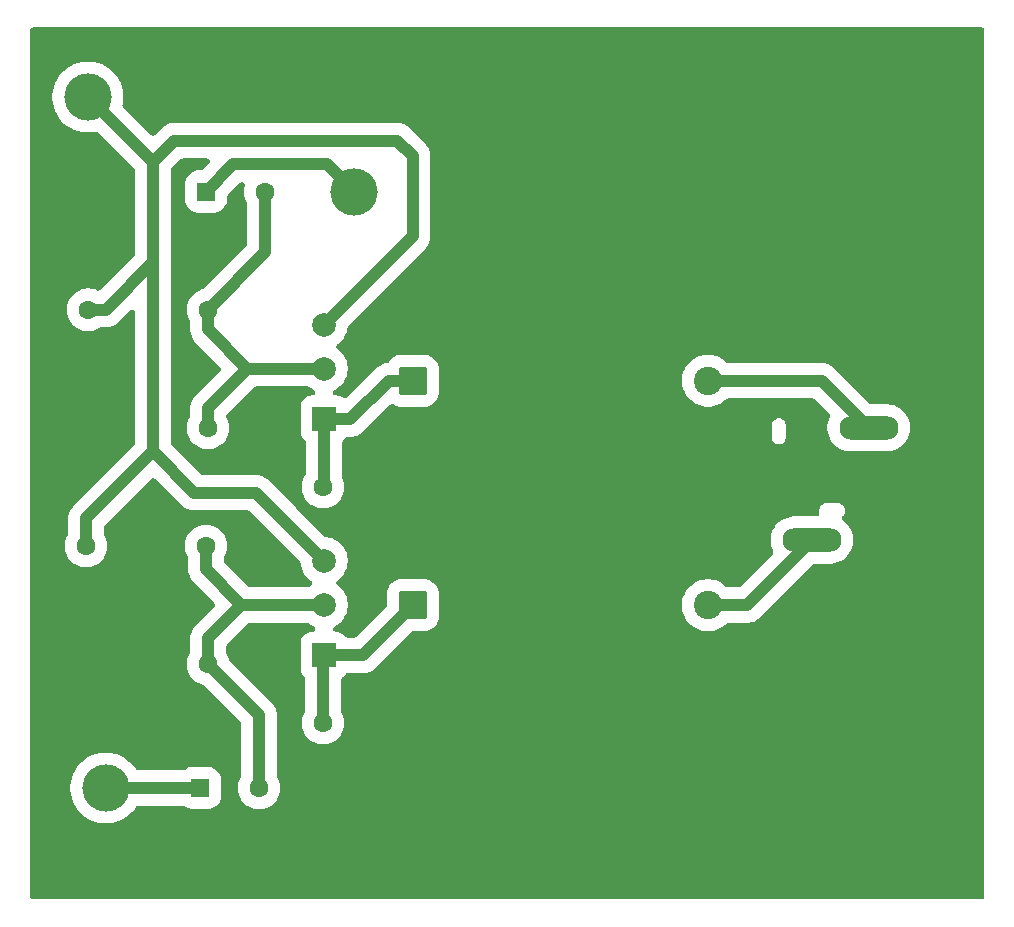
<source format=gbr>
%TF.GenerationSoftware,KiCad,Pcbnew,9.0.2*%
%TF.CreationDate,2025-06-19T00:07:16-03:00*%
%TF.ProjectId,emitterFollower,656d6974-7465-4724-966f-6c6c6f776572,rev?*%
%TF.SameCoordinates,Original*%
%TF.FileFunction,Copper,L2,Bot*%
%TF.FilePolarity,Positive*%
%FSLAX46Y46*%
G04 Gerber Fmt 4.6, Leading zero omitted, Abs format (unit mm)*
G04 Created by KiCad (PCBNEW 9.0.2) date 2025-06-19 00:07:16*
%MOMM*%
%LPD*%
G01*
G04 APERTURE LIST*
G04 Aperture macros list*
%AMRoundRect*
0 Rectangle with rounded corners*
0 $1 Rounding radius*
0 $2 $3 $4 $5 $6 $7 $8 $9 X,Y pos of 4 corners*
0 Add a 4 corners polygon primitive as box body*
4,1,4,$2,$3,$4,$5,$6,$7,$8,$9,$2,$3,0*
0 Add four circle primitives for the rounded corners*
1,1,$1+$1,$2,$3*
1,1,$1+$1,$4,$5*
1,1,$1+$1,$6,$7*
1,1,$1+$1,$8,$9*
0 Add four rect primitives between the rounded corners*
20,1,$1+$1,$2,$3,$4,$5,0*
20,1,$1+$1,$4,$5,$6,$7,0*
20,1,$1+$1,$6,$7,$8,$9,0*
20,1,$1+$1,$8,$9,$2,$3,0*%
G04 Aperture macros list end*
%TA.AperFunction,ComponentPad*%
%ADD10O,1.508000X3.016000*%
%TD*%
%TA.AperFunction,ComponentPad*%
%ADD11O,5.000000X2.000000*%
%TD*%
%TA.AperFunction,ComponentPad*%
%ADD12C,4.000000*%
%TD*%
%TA.AperFunction,ComponentPad*%
%ADD13RoundRect,0.250000X-0.550000X-0.550000X0.550000X-0.550000X0.550000X0.550000X-0.550000X0.550000X0*%
%TD*%
%TA.AperFunction,ComponentPad*%
%ADD14C,1.600000*%
%TD*%
%TA.AperFunction,ComponentPad*%
%ADD15R,2.000000X2.000000*%
%TD*%
%TA.AperFunction,ComponentPad*%
%ADD16C,2.000000*%
%TD*%
%TA.AperFunction,ComponentPad*%
%ADD17RoundRect,0.250001X-0.949999X-0.949999X0.949999X-0.949999X0.949999X0.949999X-0.949999X0.949999X0*%
%TD*%
%TA.AperFunction,ComponentPad*%
%ADD18C,2.400000*%
%TD*%
%TA.AperFunction,Conductor*%
%ADD19C,1.000000*%
%TD*%
G04 APERTURE END LIST*
D10*
%TO.P,J1,1*%
%TO.N,GND*%
X174600000Y-64500000D03*
D11*
%TO.P,J1,2*%
%TO.N,L*%
X171100000Y-60000000D03*
%TO.P,J1,3*%
%TO.N,R*%
X166300000Y-69500000D03*
%TD*%
D12*
%TO.P,TP4,1,1*%
%TO.N,RSIGNAL*%
X106500000Y-90500000D03*
%TD*%
D13*
%TO.P,C3,1*%
%TO.N,RSIGNAL*%
X114500000Y-90500000D03*
D14*
%TO.P,C3,2*%
%TO.N,Net-(Q2-B)*%
X119500000Y-90500000D03*
%TD*%
%TO.P,R7,1*%
%TO.N,Net-(Q1-E)*%
X124920000Y-65000000D03*
%TO.P,R7,2*%
%TO.N,GND*%
X135080000Y-65000000D03*
%TD*%
D15*
%TO.P,Q1,1,E*%
%TO.N,Net-(Q1-E)*%
X125000000Y-59270000D03*
D16*
%TO.P,Q1,2,B*%
%TO.N,Net-(Q1-B)*%
X125000000Y-55000000D03*
%TO.P,Q1,3,C*%
%TO.N,+5V*%
X125000000Y-51270000D03*
%TD*%
%TO.P,Q2,3,C*%
%TO.N,+5V*%
X125000000Y-71270000D03*
D15*
%TO.P,Q2,1,E*%
%TO.N,Net-(Q2-E)*%
X125000000Y-79270000D03*
D16*
%TO.P,Q2,2,B*%
%TO.N,Net-(Q2-B)*%
X125000000Y-75000000D03*
%TD*%
D12*
%TO.P,TP3,1,1*%
%TO.N,GND*%
X105000000Y-42000000D03*
%TD*%
%TO.P,TP2,1,1*%
%TO.N,LSIGNAL*%
X127500000Y-40000000D03*
%TD*%
%TO.P,TP1,1,1*%
%TO.N,+5V*%
X105000000Y-32000000D03*
%TD*%
D14*
%TO.P,R6,1*%
%TO.N,Net-(Q2-E)*%
X124920000Y-85000000D03*
%TO.P,R6,2*%
%TO.N,GND*%
X135080000Y-85000000D03*
%TD*%
%TO.P,R5,1*%
%TO.N,Net-(Q2-B)*%
X115160000Y-80000000D03*
%TO.P,R5,2*%
%TO.N,GND*%
X105000000Y-80000000D03*
%TD*%
%TO.P,R4,1*%
%TO.N,+5V*%
X104840000Y-70000000D03*
%TO.P,R4,2*%
%TO.N,Net-(Q2-B)*%
X115000000Y-70000000D03*
%TD*%
%TO.P,R2,1*%
%TO.N,Net-(Q1-B)*%
X115160000Y-60000000D03*
%TO.P,R2,2*%
%TO.N,GND*%
X105000000Y-60000000D03*
%TD*%
%TO.P,R1,1*%
%TO.N,+5V*%
X105000000Y-50000000D03*
%TO.P,R1,2*%
%TO.N,Net-(Q1-B)*%
X115160000Y-50000000D03*
%TD*%
D17*
%TO.P,C4,1*%
%TO.N,Net-(Q2-E)*%
X132500000Y-75017500D03*
D18*
%TO.P,C4,2*%
%TO.N,R*%
X157500000Y-75017500D03*
%TD*%
D17*
%TO.P,C2,1*%
%TO.N,Net-(Q1-E)*%
X132500000Y-56017500D03*
D18*
%TO.P,C2,2*%
%TO.N,L*%
X157500000Y-56017500D03*
%TD*%
D13*
%TO.P,C1,1*%
%TO.N,LSIGNAL*%
X115000000Y-40000000D03*
D14*
%TO.P,C1,2*%
%TO.N,Net-(Q1-B)*%
X120000000Y-40000000D03*
%TD*%
D19*
%TO.N,Net-(Q1-E)*%
X125000000Y-64920000D02*
X124920000Y-65000000D01*
X125000000Y-59270000D02*
X125000000Y-64920000D01*
X130482500Y-56017500D02*
X132500000Y-56017500D01*
X127230000Y-59270000D02*
X130482500Y-56017500D01*
X125000000Y-59270000D02*
X127230000Y-59270000D01*
%TO.N,L*%
X167117500Y-56017500D02*
X171100000Y-60000000D01*
X157500000Y-56017500D02*
X167117500Y-56017500D01*
%TO.N,R*%
X160782500Y-75017500D02*
X166300000Y-69500000D01*
X157500000Y-75017500D02*
X160782500Y-75017500D01*
%TO.N,+5V*%
X112302000Y-35698000D02*
X110500000Y-37500000D01*
X132500000Y-43770000D02*
X132500000Y-37000000D01*
X125000000Y-51270000D02*
X132500000Y-43770000D01*
X132500000Y-37000000D02*
X131198000Y-35698000D01*
X131198000Y-35698000D02*
X112302000Y-35698000D01*
%TO.N,LSIGNAL*%
X125199000Y-37699000D02*
X117301000Y-37699000D01*
X127500000Y-40000000D02*
X125199000Y-37699000D01*
X117301000Y-37699000D02*
X115000000Y-40000000D01*
%TO.N,+5V*%
X114000000Y-65500000D02*
X110500000Y-62000000D01*
X119230000Y-65500000D02*
X114000000Y-65500000D01*
X125000000Y-71270000D02*
X119230000Y-65500000D01*
%TO.N,Net-(Q2-E)*%
X128247500Y-79270000D02*
X132500000Y-75017500D01*
X125000000Y-79270000D02*
X128247500Y-79270000D01*
X124920000Y-79350000D02*
X125000000Y-79270000D01*
X124920000Y-85000000D02*
X124920000Y-79350000D01*
%TO.N,+5V*%
X110500000Y-62000000D02*
X110500000Y-46000000D01*
X104840000Y-67660000D02*
X110500000Y-62000000D01*
X104840000Y-70000000D02*
X104840000Y-67660000D01*
%TO.N,Net-(Q2-B)*%
X119500000Y-84340000D02*
X115160000Y-80000000D01*
X119500000Y-90500000D02*
X119500000Y-84340000D01*
%TO.N,RSIGNAL*%
X106500000Y-90500000D02*
X114500000Y-90500000D01*
%TO.N,Net-(Q1-B)*%
X120000000Y-45160000D02*
X115160000Y-50000000D01*
X120000000Y-40000000D02*
X120000000Y-45160000D01*
X115160000Y-51660000D02*
X118500000Y-55000000D01*
X115160000Y-50000000D02*
X115160000Y-51660000D01*
%TO.N,Net-(Q2-B)*%
X115000000Y-72000000D02*
X118000000Y-75000000D01*
X115000000Y-70000000D02*
X115000000Y-72000000D01*
X118000000Y-75000000D02*
X125000000Y-75000000D01*
%TO.N,Net-(Q1-B)*%
X115160000Y-58340000D02*
X118500000Y-55000000D01*
X118500000Y-55000000D02*
X125000000Y-55000000D01*
X115160000Y-60000000D02*
X115160000Y-58340000D01*
%TO.N,Net-(Q2-B)*%
X115160000Y-77840000D02*
X118000000Y-75000000D01*
X115160000Y-80000000D02*
X115160000Y-77840000D01*
%TO.N,+5V*%
X110500000Y-37500000D02*
X105000000Y-32000000D01*
X105000000Y-50000000D02*
X106500000Y-50000000D01*
X106500000Y-50000000D02*
X110500000Y-46000000D01*
X110500000Y-46000000D02*
X110500000Y-37500000D01*
%TD*%
%TA.AperFunction,Conductor*%
%TO.N,GND*%
G36*
X180745788Y-26119454D02*
G01*
X180826570Y-26173430D01*
X180880546Y-26254212D01*
X180899500Y-26349500D01*
X180899500Y-99650500D01*
X180880546Y-99745788D01*
X180826570Y-99826570D01*
X180745788Y-99880546D01*
X180650500Y-99899500D01*
X100349500Y-99899500D01*
X100254212Y-99880546D01*
X100173430Y-99826570D01*
X100119454Y-99745788D01*
X100100500Y-99650500D01*
X100100500Y-90331483D01*
X103499500Y-90331483D01*
X103499500Y-90668516D01*
X103537233Y-91003397D01*
X103612220Y-91331943D01*
X103612223Y-91331950D01*
X103723528Y-91650045D01*
X103822062Y-91854654D01*
X103869754Y-91953686D01*
X103869758Y-91953692D01*
X103869760Y-91953696D01*
X104049053Y-92239038D01*
X104098067Y-92300500D01*
X104259175Y-92502523D01*
X104497477Y-92740825D01*
X104760961Y-92950946D01*
X105046314Y-93130246D01*
X105349949Y-93276469D01*
X105349952Y-93276470D01*
X105349954Y-93276471D01*
X105411221Y-93297909D01*
X105668046Y-93387776D01*
X105668052Y-93387777D01*
X105668056Y-93387779D01*
X105961063Y-93454654D01*
X105996606Y-93462767D01*
X106178005Y-93483205D01*
X106331483Y-93500499D01*
X106331496Y-93500500D01*
X106668504Y-93500500D01*
X106668516Y-93500499D01*
X106784784Y-93487398D01*
X107003394Y-93462767D01*
X107132131Y-93433383D01*
X107331943Y-93387779D01*
X107331945Y-93387777D01*
X107331954Y-93387776D01*
X107650051Y-93276469D01*
X107953686Y-93130246D01*
X108239039Y-92950946D01*
X108502523Y-92740825D01*
X108740825Y-92502523D01*
X108950946Y-92239039D01*
X109027614Y-92117022D01*
X109094360Y-92046425D01*
X109183041Y-92006743D01*
X109238448Y-92000500D01*
X113048294Y-92000500D01*
X113143582Y-92019454D01*
X113190096Y-92044822D01*
X113330368Y-92142004D01*
X113330372Y-92142006D01*
X113330374Y-92142007D01*
X113535317Y-92235096D01*
X113753588Y-92290096D01*
X113753591Y-92290096D01*
X113753594Y-92290097D01*
X113819685Y-92295298D01*
X113885783Y-92300500D01*
X115114216Y-92300499D01*
X115246412Y-92290096D01*
X115464683Y-92235096D01*
X115669626Y-92142007D01*
X115854654Y-92013819D01*
X116013819Y-91854654D01*
X116142007Y-91669626D01*
X116235096Y-91464683D01*
X116290096Y-91246412D01*
X116300500Y-91114217D01*
X116300499Y-89885784D01*
X116290096Y-89753588D01*
X116235096Y-89535317D01*
X116142007Y-89330374D01*
X116013819Y-89145346D01*
X115854654Y-88986181D01*
X115854650Y-88986178D01*
X115854649Y-88986177D01*
X115669631Y-88857996D01*
X115669629Y-88857995D01*
X115669626Y-88857993D01*
X115532776Y-88795833D01*
X115464686Y-88764905D01*
X115464684Y-88764904D01*
X115464683Y-88764904D01*
X115246412Y-88709904D01*
X115246411Y-88709903D01*
X115246408Y-88709903D01*
X115246405Y-88709902D01*
X115114222Y-88699500D01*
X113885791Y-88699500D01*
X113753587Y-88709904D01*
X113535313Y-88764905D01*
X113330368Y-88857995D01*
X113190096Y-88955178D01*
X113100976Y-88993863D01*
X113048294Y-88999500D01*
X109238448Y-88999500D01*
X109143160Y-88980546D01*
X109062378Y-88926570D01*
X109027614Y-88882977D01*
X108950946Y-88760961D01*
X108910229Y-88709904D01*
X108740827Y-88497480D01*
X108740825Y-88497477D01*
X108502523Y-88259175D01*
X108239039Y-88049054D01*
X108239040Y-88049054D01*
X108239038Y-88049053D01*
X107953696Y-87869760D01*
X107953692Y-87869758D01*
X107953686Y-87869754D01*
X107953676Y-87869749D01*
X107953672Y-87869747D01*
X107650045Y-87723528D01*
X107429729Y-87646437D01*
X107331954Y-87612224D01*
X107331950Y-87612223D01*
X107331943Y-87612220D01*
X107003397Y-87537233D01*
X106668516Y-87499500D01*
X106668504Y-87499500D01*
X106331496Y-87499500D01*
X106331483Y-87499500D01*
X105996602Y-87537233D01*
X105668056Y-87612220D01*
X105668049Y-87612223D01*
X105349954Y-87723528D01*
X105046327Y-87869747D01*
X105046303Y-87869760D01*
X104760961Y-88049053D01*
X104497480Y-88259172D01*
X104497472Y-88259179D01*
X104259179Y-88497472D01*
X104259172Y-88497480D01*
X104049053Y-88760961D01*
X103869760Y-89046303D01*
X103869747Y-89046327D01*
X103723528Y-89349954D01*
X103612223Y-89668049D01*
X103612220Y-89668056D01*
X103537233Y-89996602D01*
X103499500Y-90331483D01*
X100100500Y-90331483D01*
X100100500Y-31831483D01*
X101999500Y-31831483D01*
X101999500Y-32168516D01*
X102037233Y-32503397D01*
X102112220Y-32831943D01*
X102112223Y-32831950D01*
X102223528Y-33150045D01*
X102223531Y-33150051D01*
X102369754Y-33453686D01*
X102549054Y-33739039D01*
X102759175Y-34002523D01*
X102997477Y-34240825D01*
X103260961Y-34450946D01*
X103546314Y-34630246D01*
X103849949Y-34776469D01*
X103849952Y-34776470D01*
X103849954Y-34776471D01*
X103911221Y-34797909D01*
X104168046Y-34887776D01*
X104168052Y-34887777D01*
X104168056Y-34887779D01*
X104461063Y-34954654D01*
X104496606Y-34962767D01*
X104678005Y-34983205D01*
X104831483Y-35000499D01*
X104831496Y-35000500D01*
X105168504Y-35000500D01*
X105168516Y-35000499D01*
X105422205Y-34971914D01*
X105503394Y-34962767D01*
X105643883Y-34930700D01*
X105740999Y-34927976D01*
X105831766Y-34962623D01*
X105875361Y-34997388D01*
X108926570Y-38048597D01*
X108980546Y-38129379D01*
X108999500Y-38224667D01*
X108999500Y-45275332D01*
X108980546Y-45370620D01*
X108926570Y-45451402D01*
X106055847Y-48322124D01*
X105975065Y-48376100D01*
X105879777Y-48395054D01*
X105784492Y-48376100D01*
X105579993Y-48291394D01*
X105579992Y-48291393D01*
X105579988Y-48291392D01*
X105481984Y-48265132D01*
X105352014Y-48230307D01*
X105352007Y-48230306D01*
X105118011Y-48199500D01*
X104881989Y-48199500D01*
X104647992Y-48230306D01*
X104647990Y-48230306D01*
X104647986Y-48230307D01*
X104475640Y-48276487D01*
X104420010Y-48291393D01*
X104420007Y-48291394D01*
X104201956Y-48381713D01*
X104201945Y-48381718D01*
X103997559Y-48499721D01*
X103997549Y-48499727D01*
X103810301Y-48643408D01*
X103810297Y-48643411D01*
X103643411Y-48810297D01*
X103643408Y-48810301D01*
X103499727Y-48997549D01*
X103499721Y-48997559D01*
X103381718Y-49201945D01*
X103381713Y-49201956D01*
X103311444Y-49371601D01*
X103291394Y-49420007D01*
X103230307Y-49647986D01*
X103199500Y-49881989D01*
X103199500Y-50118011D01*
X103230307Y-50352014D01*
X103291393Y-50579991D01*
X103291394Y-50579992D01*
X103381713Y-50798043D01*
X103381718Y-50798054D01*
X103499721Y-51002440D01*
X103499727Y-51002450D01*
X103643408Y-51189699D01*
X103810301Y-51356592D01*
X103997550Y-51500273D01*
X104055724Y-51533860D01*
X104201945Y-51618281D01*
X104201948Y-51618282D01*
X104201951Y-51618284D01*
X104420007Y-51708606D01*
X104647986Y-51769693D01*
X104881989Y-51800500D01*
X105118011Y-51800500D01*
X105352014Y-51769693D01*
X105579993Y-51708606D01*
X105798049Y-51618284D01*
X105944276Y-51533860D01*
X106036275Y-51502630D01*
X106068776Y-51500500D01*
X106618088Y-51500500D01*
X106618092Y-51500500D01*
X106851368Y-51463553D01*
X107075992Y-51390568D01*
X107286434Y-51283343D01*
X107477510Y-51144517D01*
X108574433Y-50047593D01*
X108655212Y-49993620D01*
X108750500Y-49974666D01*
X108845788Y-49993620D01*
X108926570Y-50047596D01*
X108980546Y-50128378D01*
X108999500Y-50223666D01*
X108999500Y-61275332D01*
X108980546Y-61370620D01*
X108926570Y-61451402D01*
X103695481Y-66682492D01*
X103556656Y-66873568D01*
X103556655Y-66873569D01*
X103510807Y-66963552D01*
X103510806Y-66963551D01*
X103449433Y-67084004D01*
X103449429Y-67084015D01*
X103376446Y-67308635D01*
X103339501Y-67541896D01*
X103339500Y-67541912D01*
X103339500Y-68931224D01*
X103320546Y-69026512D01*
X103306140Y-69055724D01*
X103221718Y-69201945D01*
X103221713Y-69201956D01*
X103151444Y-69371601D01*
X103131394Y-69420007D01*
X103070307Y-69647986D01*
X103039500Y-69881989D01*
X103039500Y-70118011D01*
X103070307Y-70352014D01*
X103131394Y-70579993D01*
X103150277Y-70625581D01*
X103221713Y-70798043D01*
X103221718Y-70798054D01*
X103339721Y-71002440D01*
X103339727Y-71002450D01*
X103483408Y-71189699D01*
X103650301Y-71356592D01*
X103837550Y-71500273D01*
X103898279Y-71535335D01*
X104041945Y-71618281D01*
X104041948Y-71618282D01*
X104041951Y-71618284D01*
X104260007Y-71708606D01*
X104487986Y-71769693D01*
X104721989Y-71800500D01*
X104958011Y-71800500D01*
X105192014Y-71769693D01*
X105419993Y-71708606D01*
X105638049Y-71618284D01*
X105842450Y-71500273D01*
X106029699Y-71356592D01*
X106196592Y-71189699D01*
X106340273Y-71002450D01*
X106458284Y-70798049D01*
X106548606Y-70579993D01*
X106609693Y-70352014D01*
X106640500Y-70118011D01*
X106640500Y-69881989D01*
X106609693Y-69647986D01*
X106548606Y-69420007D01*
X106458284Y-69201951D01*
X106373860Y-69055724D01*
X106342630Y-68963725D01*
X106340500Y-68931224D01*
X106340500Y-68384667D01*
X106359454Y-68289379D01*
X106413430Y-68208597D01*
X108265439Y-66356588D01*
X110323933Y-64298093D01*
X110404712Y-64244120D01*
X110500000Y-64225166D01*
X110595288Y-64244120D01*
X110676066Y-64298093D01*
X113022490Y-66644517D01*
X113213566Y-66783343D01*
X113424007Y-66890568D01*
X113496992Y-66914282D01*
X113648632Y-66963553D01*
X113881908Y-67000500D01*
X118505333Y-67000500D01*
X118600621Y-67019454D01*
X118681403Y-67073430D01*
X122938278Y-71330305D01*
X122992254Y-71411087D01*
X123009078Y-71473873D01*
X123033729Y-71661112D01*
X123101601Y-71914417D01*
X123201953Y-72156689D01*
X123201955Y-72156693D01*
X123333073Y-72383798D01*
X123333082Y-72383812D01*
X123492713Y-72591845D01*
X123492718Y-72591851D01*
X123678149Y-72777282D01*
X123743469Y-72827404D01*
X123886890Y-72937456D01*
X123908364Y-72961942D01*
X123932851Y-72983417D01*
X123940116Y-72998149D01*
X123950948Y-73010501D01*
X123961417Y-73041344D01*
X123975822Y-73070553D01*
X123976896Y-73086943D01*
X123982177Y-73102500D01*
X123980046Y-73135000D01*
X123982177Y-73167500D01*
X123976896Y-73183056D01*
X123975822Y-73199447D01*
X123961417Y-73228655D01*
X123950948Y-73259499D01*
X123940116Y-73271850D01*
X123932851Y-73286583D01*
X123886890Y-73332544D01*
X123886197Y-73333076D01*
X123736591Y-73447874D01*
X123736369Y-73448044D01*
X123649233Y-73491015D01*
X123584786Y-73499500D01*
X118724668Y-73499500D01*
X118629380Y-73480546D01*
X118548598Y-73426570D01*
X116573430Y-71451402D01*
X116519454Y-71370620D01*
X116500500Y-71275332D01*
X116500500Y-71068775D01*
X116519454Y-70973487D01*
X116533856Y-70944281D01*
X116618284Y-70798049D01*
X116708606Y-70579993D01*
X116769693Y-70352014D01*
X116800500Y-70118011D01*
X116800500Y-69881989D01*
X116769693Y-69647986D01*
X116708606Y-69420007D01*
X116618284Y-69201951D01*
X116564553Y-69108887D01*
X116500278Y-68997559D01*
X116500272Y-68997549D01*
X116449379Y-68931224D01*
X116356592Y-68810301D01*
X116189699Y-68643408D01*
X116002450Y-68499727D01*
X116002440Y-68499721D01*
X115798054Y-68381718D01*
X115798043Y-68381713D01*
X115677222Y-68331667D01*
X115579993Y-68291394D01*
X115352014Y-68230307D01*
X115352007Y-68230306D01*
X115118011Y-68199500D01*
X114881989Y-68199500D01*
X114647992Y-68230306D01*
X114647990Y-68230306D01*
X114647986Y-68230307D01*
X114475640Y-68276487D01*
X114420010Y-68291393D01*
X114420007Y-68291394D01*
X114201956Y-68381713D01*
X114201945Y-68381718D01*
X113997559Y-68499721D01*
X113997549Y-68499727D01*
X113810301Y-68643408D01*
X113810297Y-68643411D01*
X113643411Y-68810297D01*
X113643408Y-68810301D01*
X113499727Y-68997549D01*
X113499721Y-68997559D01*
X113381718Y-69201945D01*
X113381713Y-69201956D01*
X113311444Y-69371601D01*
X113291394Y-69420007D01*
X113230307Y-69647986D01*
X113199500Y-69881989D01*
X113199500Y-70118011D01*
X113230307Y-70352014D01*
X113291394Y-70579993D01*
X113381716Y-70798049D01*
X113466140Y-70944276D01*
X113497370Y-71036273D01*
X113499500Y-71068775D01*
X113499500Y-72118087D01*
X113499501Y-72118103D01*
X113505614Y-72156697D01*
X113536447Y-72351368D01*
X113609432Y-72575992D01*
X113716657Y-72786434D01*
X113826382Y-72937456D01*
X113855484Y-72977511D01*
X115701902Y-74823931D01*
X115755878Y-74904712D01*
X115774832Y-75000000D01*
X115755878Y-75095288D01*
X115701902Y-75176069D01*
X114015484Y-76862488D01*
X114015483Y-76862490D01*
X113888860Y-77036771D01*
X113876655Y-77053569D01*
X113826198Y-77152597D01*
X113769433Y-77264004D01*
X113769429Y-77264015D01*
X113696446Y-77488635D01*
X113659501Y-77721896D01*
X113659500Y-77721912D01*
X113659500Y-78931224D01*
X113640546Y-79026512D01*
X113626140Y-79055724D01*
X113541718Y-79201945D01*
X113541713Y-79201956D01*
X113451394Y-79420007D01*
X113390307Y-79647986D01*
X113359500Y-79881989D01*
X113359500Y-80118011D01*
X113390307Y-80352014D01*
X113451394Y-80579993D01*
X113484769Y-80660568D01*
X113541713Y-80798043D01*
X113541718Y-80798054D01*
X113647408Y-80981113D01*
X113659727Y-81002450D01*
X113803408Y-81189699D01*
X113970301Y-81356592D01*
X114157550Y-81500273D01*
X114157559Y-81500278D01*
X114361945Y-81618281D01*
X114361948Y-81618282D01*
X114361951Y-81618284D01*
X114580007Y-81708606D01*
X114743101Y-81752306D01*
X114830236Y-81795277D01*
X114854725Y-81816752D01*
X117926570Y-84888597D01*
X117980546Y-84969379D01*
X117999500Y-85064667D01*
X117999500Y-89431224D01*
X117980546Y-89526512D01*
X117966140Y-89555724D01*
X117881718Y-89701945D01*
X117881713Y-89701956D01*
X117805570Y-89885784D01*
X117791394Y-89920007D01*
X117730307Y-90147986D01*
X117730306Y-90147990D01*
X117730306Y-90147992D01*
X117699500Y-90381989D01*
X117699500Y-90618011D01*
X117730307Y-90852014D01*
X117770870Y-91003397D01*
X117791393Y-91079989D01*
X117791394Y-91079992D01*
X117881713Y-91298043D01*
X117881718Y-91298054D01*
X117977922Y-91464683D01*
X117999727Y-91502450D01*
X118143408Y-91689699D01*
X118310301Y-91856592D01*
X118497550Y-92000273D01*
X118558279Y-92035335D01*
X118701945Y-92118281D01*
X118701948Y-92118282D01*
X118701951Y-92118284D01*
X118920007Y-92208606D01*
X119147986Y-92269693D01*
X119381989Y-92300500D01*
X119618011Y-92300500D01*
X119852014Y-92269693D01*
X120079993Y-92208606D01*
X120298049Y-92118284D01*
X120502450Y-92000273D01*
X120689699Y-91856592D01*
X120856592Y-91689699D01*
X121000273Y-91502450D01*
X121118284Y-91298049D01*
X121208606Y-91079993D01*
X121269693Y-90852014D01*
X121300500Y-90618011D01*
X121300500Y-90381989D01*
X121269693Y-90147986D01*
X121208606Y-89920007D01*
X121118284Y-89701951D01*
X121033860Y-89555724D01*
X121002630Y-89463725D01*
X121000500Y-89431224D01*
X121000500Y-84221912D01*
X121000498Y-84221896D01*
X120974179Y-84055724D01*
X120963553Y-83988632D01*
X120890568Y-83764008D01*
X120783343Y-83553567D01*
X120783341Y-83553564D01*
X120783340Y-83553562D01*
X120644520Y-83362494D01*
X120644516Y-83362489D01*
X120477510Y-83195482D01*
X120477510Y-83195483D01*
X116976752Y-79694725D01*
X116922776Y-79613943D01*
X116912306Y-79583100D01*
X116868606Y-79420008D01*
X116778286Y-79201956D01*
X116778281Y-79201945D01*
X116693860Y-79055724D01*
X116688580Y-79040170D01*
X116679454Y-79026512D01*
X116673099Y-78994567D01*
X116662630Y-78963725D01*
X116660500Y-78931224D01*
X116660500Y-78564667D01*
X116679454Y-78469379D01*
X116733430Y-78388597D01*
X118548598Y-76573430D01*
X118629380Y-76519454D01*
X118724668Y-76500500D01*
X123584786Y-76500500D01*
X123680074Y-76519454D01*
X123736368Y-76551956D01*
X123886186Y-76666916D01*
X123886190Y-76666918D01*
X123886197Y-76666924D01*
X124113303Y-76798043D01*
X124113305Y-76798044D01*
X124120362Y-76802118D01*
X124119632Y-76803381D01*
X124188621Y-76856312D01*
X124237203Y-76940448D01*
X124249890Y-77036771D01*
X124224750Y-77130617D01*
X124165610Y-77207699D01*
X124081474Y-77256281D01*
X124001426Y-77269500D01*
X123941970Y-77269500D01*
X123941956Y-77269501D01*
X123822585Y-77280113D01*
X123626954Y-77336090D01*
X123626946Y-77336093D01*
X123446597Y-77430299D01*
X123446592Y-77430302D01*
X123288893Y-77558889D01*
X123288889Y-77558893D01*
X123160302Y-77716592D01*
X123160299Y-77716597D01*
X123066093Y-77896946D01*
X123066090Y-77896954D01*
X123010115Y-78092578D01*
X123010114Y-78092582D01*
X122999500Y-78211963D01*
X122999500Y-80328031D01*
X122999501Y-80328043D01*
X123010113Y-80447414D01*
X123010113Y-80447417D01*
X123010114Y-80447418D01*
X123048049Y-80579993D01*
X123066090Y-80643045D01*
X123066093Y-80643053D01*
X123158918Y-80820759D01*
X123160302Y-80823407D01*
X123288891Y-80981109D01*
X123288896Y-80981113D01*
X123327852Y-81012877D01*
X123389725Y-81087783D01*
X123418222Y-81180664D01*
X123419500Y-81205857D01*
X123419500Y-83931224D01*
X123400546Y-84026512D01*
X123386140Y-84055724D01*
X123301718Y-84201945D01*
X123301713Y-84201956D01*
X123211394Y-84420007D01*
X123150307Y-84647986D01*
X123119500Y-84881989D01*
X123119500Y-85118011D01*
X123150307Y-85352014D01*
X123211393Y-85579989D01*
X123211394Y-85579992D01*
X123301713Y-85798043D01*
X123301718Y-85798054D01*
X123419721Y-86002440D01*
X123419727Y-86002450D01*
X123563408Y-86189699D01*
X123730301Y-86356592D01*
X123917550Y-86500273D01*
X123917559Y-86500278D01*
X124121945Y-86618281D01*
X124121948Y-86618282D01*
X124121951Y-86618284D01*
X124340007Y-86708606D01*
X124567986Y-86769693D01*
X124801989Y-86800500D01*
X125038011Y-86800500D01*
X125272014Y-86769693D01*
X125499993Y-86708606D01*
X125718049Y-86618284D01*
X125922450Y-86500273D01*
X126109699Y-86356592D01*
X126276592Y-86189699D01*
X126420273Y-86002450D01*
X126538284Y-85798049D01*
X126628606Y-85579993D01*
X126689693Y-85352014D01*
X126720500Y-85118011D01*
X126720500Y-84881989D01*
X126689693Y-84647986D01*
X126628606Y-84420007D01*
X126538284Y-84201951D01*
X126453860Y-84055724D01*
X126422630Y-83963725D01*
X126420500Y-83931224D01*
X126420500Y-81329980D01*
X126439454Y-81234692D01*
X126493430Y-81153910D01*
X126499311Y-81148220D01*
X126524106Y-81125003D01*
X126553407Y-81109698D01*
X126711109Y-80981109D01*
X126818685Y-80849177D01*
X126830900Y-80837740D01*
X126858214Y-80820759D01*
X126883016Y-80800274D01*
X126899112Y-80795335D01*
X126913411Y-80786447D01*
X126945150Y-80781211D01*
X126975898Y-80771778D01*
X127001089Y-80770500D01*
X128365588Y-80770500D01*
X128365592Y-80770500D01*
X128598868Y-80733553D01*
X128823492Y-80660568D01*
X129033934Y-80553343D01*
X129225010Y-80414517D01*
X132348597Y-77290930D01*
X132429379Y-77236954D01*
X132524667Y-77218000D01*
X133514215Y-77218000D01*
X133514216Y-77218000D01*
X133544651Y-77215604D01*
X133646404Y-77207597D01*
X133646405Y-77207596D01*
X133646411Y-77207596D01*
X133864683Y-77152596D01*
X134069626Y-77059507D01*
X134254654Y-76931319D01*
X134413819Y-76772154D01*
X134542007Y-76587126D01*
X134635096Y-76382183D01*
X134690096Y-76163911D01*
X134690246Y-76162017D01*
X134700499Y-76031727D01*
X134700500Y-76031715D01*
X134700500Y-74873272D01*
X155299500Y-74873272D01*
X155299500Y-75161728D01*
X155337151Y-75447717D01*
X155411809Y-75726345D01*
X155411811Y-75726351D01*
X155411811Y-75726352D01*
X155522193Y-75992839D01*
X155522195Y-75992843D01*
X155522196Y-75992845D01*
X155666425Y-76242656D01*
X155842026Y-76471504D01*
X156045996Y-76675474D01*
X156274844Y-76851075D01*
X156524655Y-76995304D01*
X156524660Y-76995306D01*
X156791147Y-77105688D01*
X156791149Y-77105688D01*
X156791155Y-77105691D01*
X157069783Y-77180349D01*
X157355772Y-77218000D01*
X157644228Y-77218000D01*
X157930217Y-77180349D01*
X158208845Y-77105691D01*
X158475345Y-76995304D01*
X158725156Y-76851075D01*
X158954004Y-76675474D01*
X159038548Y-76590930D01*
X159119330Y-76536954D01*
X159214618Y-76518000D01*
X160900588Y-76518000D01*
X160900592Y-76518000D01*
X161133868Y-76481053D01*
X161358492Y-76408068D01*
X161568934Y-76300843D01*
X161760010Y-76162017D01*
X166348597Y-71573430D01*
X166429379Y-71519454D01*
X166524667Y-71500500D01*
X167931120Y-71500500D01*
X168191116Y-71466270D01*
X168444419Y-71398398D01*
X168686697Y-71298043D01*
X168913803Y-71166924D01*
X169121851Y-71007282D01*
X169307282Y-70821851D01*
X169466924Y-70613803D01*
X169598043Y-70386697D01*
X169698398Y-70144419D01*
X169766270Y-69891116D01*
X169800500Y-69631120D01*
X169800500Y-69368880D01*
X169766270Y-69108884D01*
X169698398Y-68855581D01*
X169598043Y-68613303D01*
X169466924Y-68386197D01*
X169466920Y-68386192D01*
X169466917Y-68386187D01*
X169307286Y-68178154D01*
X169307285Y-68178153D01*
X169307282Y-68178149D01*
X169121851Y-67992718D01*
X168914060Y-67833273D01*
X168850003Y-67760229D01*
X168818774Y-67668230D01*
X168825129Y-67571283D01*
X168868100Y-67484147D01*
X168889567Y-67459668D01*
X168980520Y-67368716D01*
X169059577Y-67231784D01*
X169100500Y-67079057D01*
X169100500Y-66920943D01*
X169092361Y-66890569D01*
X169059577Y-66768216D01*
X169010085Y-66682492D01*
X168980520Y-66631284D01*
X168868716Y-66519480D01*
X168835457Y-66500278D01*
X168731783Y-66440422D01*
X168579057Y-66399500D01*
X167420943Y-66399500D01*
X167268216Y-66440422D01*
X167131286Y-66519478D01*
X167019478Y-66631286D01*
X166940422Y-66768216D01*
X166899500Y-66920942D01*
X166899500Y-67079060D01*
X166928169Y-67186054D01*
X166934524Y-67283000D01*
X166903295Y-67375000D01*
X166839236Y-67448045D01*
X166752100Y-67491015D01*
X166687654Y-67499500D01*
X164668880Y-67499500D01*
X164408887Y-67533729D01*
X164155582Y-67601601D01*
X163913310Y-67701953D01*
X163913306Y-67701955D01*
X163686201Y-67833073D01*
X163686187Y-67833082D01*
X163478154Y-67992713D01*
X163292713Y-68178154D01*
X163133082Y-68386187D01*
X163133073Y-68386201D01*
X163001955Y-68613306D01*
X163001953Y-68613310D01*
X162901601Y-68855582D01*
X162833729Y-69108887D01*
X162799500Y-69368880D01*
X162799500Y-69631119D01*
X162833729Y-69891112D01*
X162901601Y-70144417D01*
X163001953Y-70386689D01*
X163001959Y-70386700D01*
X163012323Y-70404652D01*
X163043552Y-70496651D01*
X163037197Y-70593598D01*
X162994226Y-70680733D01*
X162972752Y-70705220D01*
X160233903Y-73444070D01*
X160153121Y-73498046D01*
X160057833Y-73517000D01*
X159214618Y-73517000D01*
X159119330Y-73498046D01*
X159038548Y-73444070D01*
X158954007Y-73359529D01*
X158954004Y-73359526D01*
X158725156Y-73183925D01*
X158475345Y-73039696D01*
X158475343Y-73039695D01*
X158475339Y-73039693D01*
X158208852Y-72929311D01*
X158208845Y-72929309D01*
X157930217Y-72854651D01*
X157930210Y-72854650D01*
X157644228Y-72817000D01*
X157355772Y-72817000D01*
X157069789Y-72854650D01*
X157069787Y-72854650D01*
X157069783Y-72854651D01*
X156791155Y-72929309D01*
X156791148Y-72929311D01*
X156791147Y-72929311D01*
X156524660Y-73039693D01*
X156524656Y-73039695D01*
X156274843Y-73183925D01*
X156045996Y-73359526D01*
X156045992Y-73359529D01*
X155842029Y-73563492D01*
X155842026Y-73563496D01*
X155666425Y-73792343D01*
X155522195Y-74042156D01*
X155522193Y-74042160D01*
X155411811Y-74308647D01*
X155411811Y-74308648D01*
X155411809Y-74308654D01*
X155411809Y-74308655D01*
X155337151Y-74587283D01*
X155299500Y-74873272D01*
X134700500Y-74873272D01*
X134700500Y-74003285D01*
X134700499Y-74003272D01*
X134690097Y-73871095D01*
X134690096Y-73871092D01*
X134690096Y-73871089D01*
X134635096Y-73652817D01*
X134542007Y-73447874D01*
X134413819Y-73262846D01*
X134254654Y-73103681D01*
X134254650Y-73103678D01*
X134254649Y-73103677D01*
X134069631Y-72975496D01*
X134069629Y-72975495D01*
X134069626Y-72975493D01*
X133967948Y-72929309D01*
X133864687Y-72882405D01*
X133646407Y-72827403D01*
X133646404Y-72827402D01*
X133514227Y-72817000D01*
X133514216Y-72817000D01*
X131485784Y-72817000D01*
X131485772Y-72817000D01*
X131353595Y-72827402D01*
X131353592Y-72827403D01*
X131135312Y-72882405D01*
X130966786Y-72958953D01*
X130930374Y-72975493D01*
X130930372Y-72975493D01*
X130930368Y-72975496D01*
X130745350Y-73103677D01*
X130586177Y-73262850D01*
X130457996Y-73447868D01*
X130364905Y-73652812D01*
X130309903Y-73871092D01*
X130309902Y-73871095D01*
X130299500Y-74003272D01*
X130299500Y-74992833D01*
X130280546Y-75088121D01*
X130226570Y-75168903D01*
X127698903Y-77696570D01*
X127618121Y-77750546D01*
X127522833Y-77769500D01*
X127001089Y-77769500D01*
X126905801Y-77750546D01*
X126825019Y-77696570D01*
X126808115Y-77677859D01*
X126711109Y-77558891D01*
X126553407Y-77430302D01*
X126553402Y-77430299D01*
X126373053Y-77336093D01*
X126373052Y-77336092D01*
X126373049Y-77336091D01*
X126177418Y-77280114D01*
X126058037Y-77269500D01*
X126058036Y-77269500D01*
X125998579Y-77269500D01*
X125903291Y-77250546D01*
X125822509Y-77196570D01*
X125768533Y-77115788D01*
X125749579Y-77020500D01*
X125768533Y-76925212D01*
X125822509Y-76844430D01*
X125880199Y-76803089D01*
X125879638Y-76802118D01*
X125886693Y-76798044D01*
X125886697Y-76798043D01*
X126113803Y-76666924D01*
X126321851Y-76507282D01*
X126507282Y-76321851D01*
X126666924Y-76113803D01*
X126798043Y-75886697D01*
X126898398Y-75644419D01*
X126966270Y-75391116D01*
X127000500Y-75131120D01*
X127000500Y-74868880D01*
X126966270Y-74608884D01*
X126898398Y-74355581D01*
X126798043Y-74113303D01*
X126666924Y-73886197D01*
X126666920Y-73886192D01*
X126666917Y-73886187D01*
X126507286Y-73678154D01*
X126507285Y-73678153D01*
X126507282Y-73678149D01*
X126321851Y-73492718D01*
X126321846Y-73492714D01*
X126321845Y-73492713D01*
X126113110Y-73332544D01*
X126049051Y-73259499D01*
X126017822Y-73167500D01*
X126024177Y-73070553D01*
X126067148Y-72983418D01*
X126113110Y-72937456D01*
X126256531Y-72827404D01*
X126321851Y-72777282D01*
X126507282Y-72591851D01*
X126666924Y-72383803D01*
X126798043Y-72156697D01*
X126898398Y-71914419D01*
X126966270Y-71661116D01*
X127000500Y-71401120D01*
X127000500Y-71138880D01*
X126966270Y-70878884D01*
X126898398Y-70625581D01*
X126798043Y-70383303D01*
X126666924Y-70156197D01*
X126666920Y-70156192D01*
X126666917Y-70156187D01*
X126507286Y-69948154D01*
X126507285Y-69948153D01*
X126507282Y-69948149D01*
X126321851Y-69762718D01*
X126321846Y-69762714D01*
X126321845Y-69762713D01*
X126113812Y-69603082D01*
X126113798Y-69603073D01*
X126052937Y-69567935D01*
X125886697Y-69471957D01*
X125886695Y-69471956D01*
X125886693Y-69471955D01*
X125886689Y-69471953D01*
X125644417Y-69371601D01*
X125534730Y-69342211D01*
X125391116Y-69303730D01*
X125391111Y-69303729D01*
X125391114Y-69303729D01*
X125203873Y-69279078D01*
X125111874Y-69247848D01*
X125060305Y-69208278D01*
X122635370Y-66783343D01*
X120207510Y-64355483D01*
X120016434Y-64216657D01*
X119805992Y-64109432D01*
X119805989Y-64109431D01*
X119805984Y-64109429D01*
X119677484Y-64067677D01*
X119581368Y-64036447D01*
X119581366Y-64036446D01*
X119581364Y-64036446D01*
X119348103Y-63999501D01*
X119348094Y-63999500D01*
X119348092Y-63999500D01*
X119348088Y-63999500D01*
X114724667Y-63999500D01*
X114629379Y-63980546D01*
X114548597Y-63926570D01*
X112073430Y-61451403D01*
X112019454Y-61370621D01*
X112000500Y-61275333D01*
X112000500Y-38224667D01*
X112019454Y-38129379D01*
X112073430Y-38048597D01*
X112850597Y-37271430D01*
X112931379Y-37217454D01*
X113026667Y-37198500D01*
X115078333Y-37198500D01*
X115173621Y-37217454D01*
X115254403Y-37271430D01*
X115308379Y-37352212D01*
X115327333Y-37447500D01*
X115308379Y-37542788D01*
X115254403Y-37623570D01*
X115254402Y-37623570D01*
X114751400Y-38126570D01*
X114670619Y-38180546D01*
X114575332Y-38199500D01*
X114385791Y-38199500D01*
X114253587Y-38209904D01*
X114035313Y-38264905D01*
X113881941Y-38334570D01*
X113830374Y-38357993D01*
X113830372Y-38357993D01*
X113830368Y-38357996D01*
X113645350Y-38486177D01*
X113486177Y-38645350D01*
X113357996Y-38830368D01*
X113357993Y-38830372D01*
X113357993Y-38830374D01*
X113334570Y-38881941D01*
X113264905Y-39035313D01*
X113209903Y-39253591D01*
X113209902Y-39253594D01*
X113199500Y-39385771D01*
X113199500Y-40614208D01*
X113209903Y-40746405D01*
X113209904Y-40746412D01*
X113259761Y-40944274D01*
X113264905Y-40964686D01*
X113295833Y-41032776D01*
X113357993Y-41169626D01*
X113357995Y-41169629D01*
X113357996Y-41169631D01*
X113486177Y-41354649D01*
X113486178Y-41354650D01*
X113486181Y-41354654D01*
X113645346Y-41513819D01*
X113830374Y-41642007D01*
X114035317Y-41735096D01*
X114253588Y-41790096D01*
X114253591Y-41790096D01*
X114253594Y-41790097D01*
X114319685Y-41795298D01*
X114385783Y-41800500D01*
X115614216Y-41800499D01*
X115746412Y-41790096D01*
X115964683Y-41735096D01*
X116169626Y-41642007D01*
X116354654Y-41513819D01*
X116513819Y-41354654D01*
X116642007Y-41169626D01*
X116735096Y-40964683D01*
X116790096Y-40746412D01*
X116800500Y-40614217D01*
X116800499Y-40424665D01*
X116819453Y-40329379D01*
X116873429Y-40248597D01*
X116873430Y-40248596D01*
X117849594Y-39272433D01*
X117849597Y-39272430D01*
X117930379Y-39218454D01*
X118025667Y-39199500D01*
X118025975Y-39199500D01*
X118121263Y-39218454D01*
X118202045Y-39272430D01*
X118256021Y-39353212D01*
X118274975Y-39448500D01*
X118266491Y-39512945D01*
X118230306Y-39647989D01*
X118199500Y-39881989D01*
X118199500Y-40118011D01*
X118230307Y-40352014D01*
X118291394Y-40579993D01*
X118381716Y-40798049D01*
X118466140Y-40944276D01*
X118497370Y-41036273D01*
X118499500Y-41068775D01*
X118499500Y-44435332D01*
X118480546Y-44530620D01*
X118426570Y-44611402D01*
X114854724Y-48183247D01*
X114773942Y-48237223D01*
X114743101Y-48247692D01*
X114580011Y-48291392D01*
X114361956Y-48381713D01*
X114361945Y-48381718D01*
X114157559Y-48499721D01*
X114157549Y-48499727D01*
X113970301Y-48643408D01*
X113970297Y-48643411D01*
X113803411Y-48810297D01*
X113803408Y-48810301D01*
X113659727Y-48997549D01*
X113659721Y-48997559D01*
X113541718Y-49201945D01*
X113541713Y-49201956D01*
X113471444Y-49371601D01*
X113451394Y-49420007D01*
X113390307Y-49647986D01*
X113359500Y-49881989D01*
X113359500Y-50118011D01*
X113390307Y-50352014D01*
X113451394Y-50579993D01*
X113541716Y-50798049D01*
X113626140Y-50944276D01*
X113657370Y-51036273D01*
X113659500Y-51068775D01*
X113659500Y-51778087D01*
X113659501Y-51778103D01*
X113696446Y-52011364D01*
X113696447Y-52011368D01*
X113769432Y-52235992D01*
X113876657Y-52446434D01*
X114015483Y-52637510D01*
X115194973Y-53817000D01*
X116201903Y-54823930D01*
X116255879Y-54904712D01*
X116274833Y-55000000D01*
X116255879Y-55095288D01*
X116201903Y-55176070D01*
X114015481Y-57362492D01*
X114001175Y-57382183D01*
X113888727Y-57536954D01*
X113876656Y-57553568D01*
X113876655Y-57553569D01*
X113814542Y-57675474D01*
X113814541Y-57675473D01*
X113769433Y-57764004D01*
X113769429Y-57764015D01*
X113696446Y-57988635D01*
X113659501Y-58221896D01*
X113659500Y-58221912D01*
X113659500Y-58931224D01*
X113640546Y-59026512D01*
X113626140Y-59055724D01*
X113541718Y-59201945D01*
X113541713Y-59201956D01*
X113478080Y-59355581D01*
X113451394Y-59420007D01*
X113390307Y-59647986D01*
X113359500Y-59881989D01*
X113359500Y-60118011D01*
X113390307Y-60352014D01*
X113451394Y-60579993D01*
X113478080Y-60644419D01*
X113541713Y-60798043D01*
X113541718Y-60798054D01*
X113647406Y-60981110D01*
X113659727Y-61002450D01*
X113803408Y-61189699D01*
X113970301Y-61356592D01*
X114157550Y-61500273D01*
X114157559Y-61500278D01*
X114361945Y-61618281D01*
X114361948Y-61618282D01*
X114361951Y-61618284D01*
X114580007Y-61708606D01*
X114807986Y-61769693D01*
X115041989Y-61800500D01*
X115278011Y-61800500D01*
X115512014Y-61769693D01*
X115739993Y-61708606D01*
X115958049Y-61618284D01*
X116162450Y-61500273D01*
X116349699Y-61356592D01*
X116516592Y-61189699D01*
X116660273Y-61002450D01*
X116778284Y-60798049D01*
X116868606Y-60579993D01*
X116929693Y-60352014D01*
X116960500Y-60118011D01*
X116960500Y-59881989D01*
X116929693Y-59647986D01*
X116868606Y-59420007D01*
X116778284Y-59201951D01*
X116742702Y-59140321D01*
X116711473Y-59048325D01*
X116717827Y-58951378D01*
X116760797Y-58864243D01*
X116782265Y-58839761D01*
X119048597Y-56573430D01*
X119129379Y-56519454D01*
X119224667Y-56500500D01*
X123584786Y-56500500D01*
X123607344Y-56504987D01*
X123630342Y-56504703D01*
X123650031Y-56513478D01*
X123680074Y-56519454D01*
X123720554Y-56540770D01*
X123728675Y-56546052D01*
X123886197Y-56666924D01*
X124113303Y-56798043D01*
X124120965Y-56801217D01*
X124137190Y-56811770D01*
X124161583Y-56835567D01*
X124188621Y-56856312D01*
X124196069Y-56869212D01*
X124206733Y-56879615D01*
X124220163Y-56910938D01*
X124237203Y-56940448D01*
X124239148Y-56955215D01*
X124245019Y-56968908D01*
X124245439Y-57002984D01*
X124249890Y-57036771D01*
X124246035Y-57051161D01*
X124246219Y-57066056D01*
X124233568Y-57097697D01*
X124224750Y-57130617D01*
X124215682Y-57142435D01*
X124210152Y-57156268D01*
X124186354Y-57180661D01*
X124165610Y-57207699D01*
X124152709Y-57215147D01*
X124142307Y-57225811D01*
X124110983Y-57239241D01*
X124081474Y-57256281D01*
X124064834Y-57259028D01*
X124053014Y-57264097D01*
X124032618Y-57264348D01*
X124001426Y-57269500D01*
X123941970Y-57269500D01*
X123941956Y-57269501D01*
X123822585Y-57280113D01*
X123626954Y-57336090D01*
X123626946Y-57336093D01*
X123446597Y-57430299D01*
X123446592Y-57430302D01*
X123288893Y-57558889D01*
X123288889Y-57558893D01*
X123160302Y-57716592D01*
X123160299Y-57716597D01*
X123066093Y-57896946D01*
X123066090Y-57896954D01*
X123010115Y-58092578D01*
X123010114Y-58092582D01*
X122999500Y-58211963D01*
X122999500Y-60328031D01*
X122999501Y-60328043D01*
X123010113Y-60447414D01*
X123010113Y-60447417D01*
X123010114Y-60447418D01*
X123048049Y-60579993D01*
X123066090Y-60643045D01*
X123066093Y-60643053D01*
X123147058Y-60798054D01*
X123160302Y-60823407D01*
X123288891Y-60981109D01*
X123407855Y-61078111D01*
X123469726Y-61153016D01*
X123498222Y-61245898D01*
X123499500Y-61271089D01*
X123499500Y-63809062D01*
X123480546Y-63904350D01*
X123448047Y-63960641D01*
X123419726Y-63997550D01*
X123301718Y-64201945D01*
X123301713Y-64201956D01*
X123238121Y-64355483D01*
X123211394Y-64420007D01*
X123150307Y-64647986D01*
X123119500Y-64881989D01*
X123119500Y-65118011D01*
X123150307Y-65352014D01*
X123211393Y-65579989D01*
X123211394Y-65579992D01*
X123301713Y-65798043D01*
X123301718Y-65798054D01*
X123419721Y-66002440D01*
X123419727Y-66002450D01*
X123563408Y-66189699D01*
X123730301Y-66356592D01*
X123917550Y-66500273D01*
X123978279Y-66535335D01*
X124121945Y-66618281D01*
X124121948Y-66618282D01*
X124121951Y-66618284D01*
X124340007Y-66708606D01*
X124567986Y-66769693D01*
X124801989Y-66800500D01*
X125038011Y-66800500D01*
X125272014Y-66769693D01*
X125499993Y-66708606D01*
X125718049Y-66618284D01*
X125922450Y-66500273D01*
X126109699Y-66356592D01*
X126276592Y-66189699D01*
X126420273Y-66002450D01*
X126538284Y-65798049D01*
X126628606Y-65579993D01*
X126689693Y-65352014D01*
X126720500Y-65118011D01*
X126720500Y-64881989D01*
X126689693Y-64647986D01*
X126628606Y-64420007D01*
X126538284Y-64201951D01*
X126538281Y-64201945D01*
X126538278Y-64201939D01*
X126533858Y-64194283D01*
X126502630Y-64102284D01*
X126500500Y-64069787D01*
X126500500Y-61271089D01*
X126519454Y-61175801D01*
X126573430Y-61095019D01*
X126582354Y-61086094D01*
X126711109Y-60981109D01*
X126816094Y-60852354D01*
X126825019Y-60843430D01*
X126855110Y-60823323D01*
X126883016Y-60800274D01*
X126895203Y-60796534D01*
X126905801Y-60789454D01*
X126941298Y-60782393D01*
X126975898Y-60771778D01*
X127001089Y-60770500D01*
X127348088Y-60770500D01*
X127348092Y-60770500D01*
X127581368Y-60733553D01*
X127805992Y-60660568D01*
X128016434Y-60553343D01*
X128207510Y-60414517D01*
X128901085Y-59720942D01*
X162899500Y-59720942D01*
X162899500Y-60879057D01*
X162940422Y-61031783D01*
X163019478Y-61168713D01*
X163019480Y-61168716D01*
X163131284Y-61280520D01*
X163268216Y-61359577D01*
X163420943Y-61400500D01*
X163579057Y-61400500D01*
X163731784Y-61359577D01*
X163868716Y-61280520D01*
X163980520Y-61168716D01*
X164059577Y-61031784D01*
X164100500Y-60879057D01*
X164100500Y-59720943D01*
X164059577Y-59568216D01*
X163980520Y-59431284D01*
X163868716Y-59319480D01*
X163868713Y-59319478D01*
X163731783Y-59240422D01*
X163579057Y-59199500D01*
X163420943Y-59199500D01*
X163268216Y-59240422D01*
X163131286Y-59319478D01*
X163019478Y-59431286D01*
X162940422Y-59568216D01*
X162899500Y-59720942D01*
X128901085Y-59720942D01*
X130566078Y-58055948D01*
X130646857Y-58001975D01*
X130742145Y-57983021D01*
X130837433Y-58001975D01*
X130883947Y-58027343D01*
X130925241Y-58055951D01*
X130930374Y-58059507D01*
X131099369Y-58136267D01*
X131135312Y-58152594D01*
X131135313Y-58152594D01*
X131135317Y-58152596D01*
X131353589Y-58207596D01*
X131353592Y-58207596D01*
X131353595Y-58207597D01*
X131473179Y-58217008D01*
X131485784Y-58218000D01*
X131485785Y-58218000D01*
X133514215Y-58218000D01*
X133514216Y-58218000D01*
X133544651Y-58215604D01*
X133646404Y-58207597D01*
X133646405Y-58207596D01*
X133646411Y-58207596D01*
X133864683Y-58152596D01*
X134069626Y-58059507D01*
X134254654Y-57931319D01*
X134413819Y-57772154D01*
X134542007Y-57587126D01*
X134635096Y-57382183D01*
X134690096Y-57163911D01*
X134691787Y-57142435D01*
X134700499Y-57031727D01*
X134700500Y-57031715D01*
X134700500Y-55873272D01*
X155299500Y-55873272D01*
X155299500Y-56161728D01*
X155337151Y-56447717D01*
X155395888Y-56666926D01*
X155411811Y-56726351D01*
X155411811Y-56726352D01*
X155522193Y-56992839D01*
X155522195Y-56992843D01*
X155522196Y-56992845D01*
X155666425Y-57242656D01*
X155842026Y-57471504D01*
X156045996Y-57675474D01*
X156274844Y-57851075D01*
X156524655Y-57995304D01*
X156524660Y-57995306D01*
X156791147Y-58105688D01*
X156791149Y-58105688D01*
X156791155Y-58105691D01*
X157069783Y-58180349D01*
X157355772Y-58218000D01*
X157644228Y-58218000D01*
X157930217Y-58180349D01*
X158208845Y-58105691D01*
X158475345Y-57995304D01*
X158725156Y-57851075D01*
X158954004Y-57675474D01*
X159038548Y-57590930D01*
X159119330Y-57536954D01*
X159214618Y-57518000D01*
X166392833Y-57518000D01*
X166488121Y-57536954D01*
X166568902Y-57590929D01*
X167772753Y-58794781D01*
X167826728Y-58875561D01*
X167845682Y-58970849D01*
X167826728Y-59066137D01*
X167812325Y-59095344D01*
X167801958Y-59113300D01*
X167801953Y-59113310D01*
X167701601Y-59355582D01*
X167633729Y-59608887D01*
X167599500Y-59868880D01*
X167599500Y-60131119D01*
X167633729Y-60391112D01*
X167701601Y-60644417D01*
X167801953Y-60886689D01*
X167801955Y-60886693D01*
X167801957Y-60886697D01*
X167856466Y-60981110D01*
X167933073Y-61113798D01*
X167933082Y-61113812D01*
X168057022Y-61275332D01*
X168092718Y-61321851D01*
X168278149Y-61507282D01*
X168278153Y-61507285D01*
X168278154Y-61507286D01*
X168486187Y-61666917D01*
X168486192Y-61666920D01*
X168486197Y-61666924D01*
X168713303Y-61798043D01*
X168955581Y-61898398D01*
X169208884Y-61966270D01*
X169468880Y-62000500D01*
X172731120Y-62000500D01*
X172991116Y-61966270D01*
X173244419Y-61898398D01*
X173486697Y-61798043D01*
X173713803Y-61666924D01*
X173921851Y-61507282D01*
X174107282Y-61321851D01*
X174266924Y-61113803D01*
X174398043Y-60886697D01*
X174498398Y-60644419D01*
X174566270Y-60391116D01*
X174600500Y-60131120D01*
X174600500Y-59868880D01*
X174566270Y-59608884D01*
X174498398Y-59355581D01*
X174417640Y-59160614D01*
X174398046Y-59113310D01*
X174398044Y-59113306D01*
X174398043Y-59113303D01*
X174266924Y-58886197D01*
X174266920Y-58886192D01*
X174266917Y-58886187D01*
X174107286Y-58678154D01*
X174107285Y-58678153D01*
X174107282Y-58678149D01*
X173921851Y-58492718D01*
X173921846Y-58492714D01*
X173921845Y-58492713D01*
X173713812Y-58333082D01*
X173713798Y-58333073D01*
X173521253Y-58221908D01*
X173486697Y-58201957D01*
X173486695Y-58201956D01*
X173486693Y-58201955D01*
X173486689Y-58201953D01*
X173244417Y-58101601D01*
X173134730Y-58072211D01*
X172991116Y-58033730D01*
X172991111Y-58033729D01*
X172991114Y-58033729D01*
X172731120Y-57999500D01*
X171324668Y-57999500D01*
X171229380Y-57980546D01*
X171148598Y-57926570D01*
X170385932Y-57163904D01*
X168095010Y-54872983D01*
X167903934Y-54734157D01*
X167693492Y-54626932D01*
X167693489Y-54626931D01*
X167693484Y-54626929D01*
X167564984Y-54585177D01*
X167468868Y-54553947D01*
X167468866Y-54553946D01*
X167468864Y-54553946D01*
X167235603Y-54517001D01*
X167235594Y-54517000D01*
X167235592Y-54517000D01*
X167235588Y-54517000D01*
X159214618Y-54517000D01*
X159119330Y-54498046D01*
X159038548Y-54444070D01*
X158954007Y-54359529D01*
X158954004Y-54359526D01*
X158725156Y-54183925D01*
X158475345Y-54039696D01*
X158475343Y-54039695D01*
X158475339Y-54039693D01*
X158208852Y-53929311D01*
X158208845Y-53929309D01*
X157930217Y-53854651D01*
X157930210Y-53854650D01*
X157644228Y-53817000D01*
X157355772Y-53817000D01*
X157069789Y-53854650D01*
X157069787Y-53854650D01*
X157069783Y-53854651D01*
X156791155Y-53929309D01*
X156791148Y-53929311D01*
X156791147Y-53929311D01*
X156524660Y-54039693D01*
X156524656Y-54039695D01*
X156274843Y-54183925D01*
X156045996Y-54359526D01*
X156045992Y-54359529D01*
X155842029Y-54563492D01*
X155842026Y-54563496D01*
X155666425Y-54792343D01*
X155522195Y-55042156D01*
X155522193Y-55042160D01*
X155411811Y-55308647D01*
X155411811Y-55308648D01*
X155411809Y-55308654D01*
X155411809Y-55308655D01*
X155337151Y-55587283D01*
X155299500Y-55873272D01*
X134700500Y-55873272D01*
X134700500Y-55003285D01*
X134700499Y-55003272D01*
X134690097Y-54871095D01*
X134690096Y-54871092D01*
X134690096Y-54871089D01*
X134635096Y-54652817D01*
X134623339Y-54626934D01*
X134615141Y-54608884D01*
X134542007Y-54447874D01*
X134413819Y-54262846D01*
X134254654Y-54103681D01*
X134254650Y-54103678D01*
X134254649Y-54103677D01*
X134069631Y-53975496D01*
X134069629Y-53975495D01*
X134069626Y-53975493D01*
X133967948Y-53929309D01*
X133864687Y-53882405D01*
X133646407Y-53827403D01*
X133646404Y-53827402D01*
X133514227Y-53817000D01*
X133514216Y-53817000D01*
X131485784Y-53817000D01*
X131485772Y-53817000D01*
X131353595Y-53827402D01*
X131353592Y-53827403D01*
X131135312Y-53882405D01*
X130966786Y-53958953D01*
X130930374Y-53975493D01*
X130930372Y-53975493D01*
X130930368Y-53975496D01*
X130745350Y-54103677D01*
X130586177Y-54262850D01*
X130476343Y-54421387D01*
X130406498Y-54488920D01*
X130316125Y-54524584D01*
X130310617Y-54525519D01*
X130131135Y-54553946D01*
X129906512Y-54626930D01*
X129906502Y-54626934D01*
X129696069Y-54734155D01*
X129504992Y-54872980D01*
X126929657Y-57448314D01*
X126848875Y-57502290D01*
X126753587Y-57521244D01*
X126658299Y-57502290D01*
X126596235Y-57465224D01*
X126553407Y-57430302D01*
X126553402Y-57430299D01*
X126373053Y-57336093D01*
X126373052Y-57336092D01*
X126373049Y-57336091D01*
X126177418Y-57280114D01*
X126058037Y-57269500D01*
X126058036Y-57269500D01*
X125998579Y-57269500D01*
X125903291Y-57250546D01*
X125822509Y-57196570D01*
X125768533Y-57115788D01*
X125749579Y-57020500D01*
X125768533Y-56925212D01*
X125822509Y-56844430D01*
X125880199Y-56803089D01*
X125879638Y-56802118D01*
X125886693Y-56798044D01*
X125886697Y-56798043D01*
X126113803Y-56666924D01*
X126321851Y-56507282D01*
X126507282Y-56321851D01*
X126666924Y-56113803D01*
X126798043Y-55886697D01*
X126898398Y-55644419D01*
X126966270Y-55391116D01*
X127000500Y-55131120D01*
X127000500Y-54868880D01*
X126966270Y-54608884D01*
X126898398Y-54355581D01*
X126798043Y-54113303D01*
X126666924Y-53886197D01*
X126666920Y-53886192D01*
X126666917Y-53886187D01*
X126507286Y-53678154D01*
X126507285Y-53678153D01*
X126507282Y-53678149D01*
X126321851Y-53492718D01*
X126321846Y-53492714D01*
X126321845Y-53492713D01*
X126113110Y-53332544D01*
X126049051Y-53259499D01*
X126017822Y-53167500D01*
X126024177Y-53070553D01*
X126067148Y-52983418D01*
X126113110Y-52937456D01*
X126172209Y-52892106D01*
X126321851Y-52777282D01*
X126507282Y-52591851D01*
X126666924Y-52383803D01*
X126798043Y-52156697D01*
X126898398Y-51914419D01*
X126966270Y-51661116D01*
X126990921Y-51473871D01*
X127022151Y-51381875D01*
X127061717Y-51330309D01*
X133644518Y-44747510D01*
X133783343Y-44556433D01*
X133890568Y-44345992D01*
X133963553Y-44121368D01*
X134000500Y-43888092D01*
X134000500Y-43651908D01*
X134000500Y-36881908D01*
X133963553Y-36648632D01*
X133890568Y-36424008D01*
X133794492Y-36235448D01*
X133783343Y-36213566D01*
X133644517Y-36022490D01*
X132175510Y-34553483D01*
X131984434Y-34414657D01*
X131773992Y-34307432D01*
X131773989Y-34307431D01*
X131773984Y-34307429D01*
X131645484Y-34265677D01*
X131549368Y-34234447D01*
X131549366Y-34234446D01*
X131549364Y-34234446D01*
X131316103Y-34197501D01*
X131316094Y-34197500D01*
X131316092Y-34197500D01*
X112420092Y-34197500D01*
X112183908Y-34197500D01*
X112183905Y-34197500D01*
X112183896Y-34197501D01*
X111950635Y-34234446D01*
X111726012Y-34307430D01*
X111515562Y-34414659D01*
X111324494Y-34553479D01*
X111324489Y-34553482D01*
X110676069Y-35201902D01*
X110595288Y-35255878D01*
X110500000Y-35274832D01*
X110404711Y-35255878D01*
X110323930Y-35201902D01*
X107997388Y-32875361D01*
X107943412Y-32794579D01*
X107924458Y-32699291D01*
X107930701Y-32643882D01*
X107962767Y-32503393D01*
X108000499Y-32168516D01*
X108000500Y-32168503D01*
X108000500Y-31831496D01*
X108000499Y-31831483D01*
X107983205Y-31678005D01*
X107962767Y-31496606D01*
X107954654Y-31461063D01*
X107887779Y-31168056D01*
X107887777Y-31168052D01*
X107887776Y-31168046D01*
X107776469Y-30849949D01*
X107630246Y-30546314D01*
X107450946Y-30260961D01*
X107240825Y-29997477D01*
X107002523Y-29759175D01*
X106739039Y-29549054D01*
X106739040Y-29549054D01*
X106739038Y-29549053D01*
X106453696Y-29369760D01*
X106453692Y-29369758D01*
X106453686Y-29369754D01*
X106453676Y-29369749D01*
X106453672Y-29369747D01*
X106150045Y-29223528D01*
X105929729Y-29146437D01*
X105831954Y-29112224D01*
X105831950Y-29112223D01*
X105831943Y-29112220D01*
X105503397Y-29037233D01*
X105168516Y-28999500D01*
X105168504Y-28999500D01*
X104831496Y-28999500D01*
X104831483Y-28999500D01*
X104496602Y-29037233D01*
X104168056Y-29112220D01*
X104168049Y-29112223D01*
X103849954Y-29223528D01*
X103546327Y-29369747D01*
X103546303Y-29369760D01*
X103260961Y-29549053D01*
X102997480Y-29759172D01*
X102997472Y-29759179D01*
X102759179Y-29997472D01*
X102759172Y-29997480D01*
X102549053Y-30260961D01*
X102369760Y-30546303D01*
X102369747Y-30546327D01*
X102223528Y-30849954D01*
X102112223Y-31168049D01*
X102112220Y-31168056D01*
X102037233Y-31496602D01*
X101999500Y-31831483D01*
X100100500Y-31831483D01*
X100100500Y-26349500D01*
X100119454Y-26254212D01*
X100173430Y-26173430D01*
X100254212Y-26119454D01*
X100349500Y-26100500D01*
X180650500Y-26100500D01*
X180745788Y-26119454D01*
G37*
%TD.AperFunction*%
%TD*%
M02*

</source>
